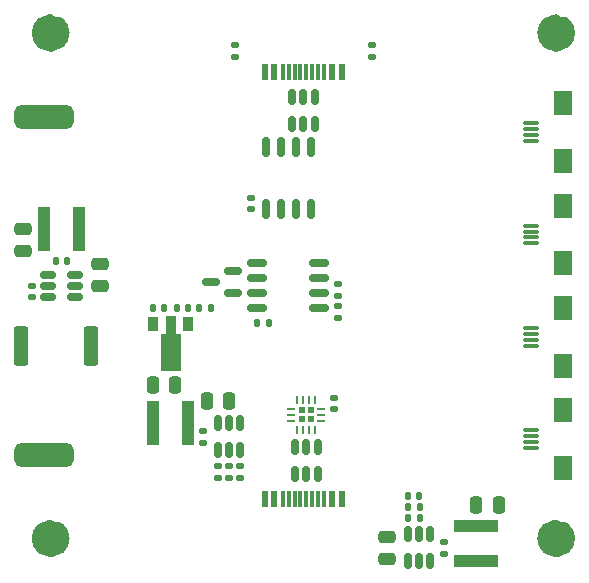
<source format=gtp>
G04 #@! TF.GenerationSoftware,KiCad,Pcbnew,7.0.10*
G04 #@! TF.CreationDate,2024-01-04T17:22:19+01:00*
G04 #@! TF.ProjectId,fosmometer,666f736d-6f6d-4657-9465-722e6b696361,rev?*
G04 #@! TF.SameCoordinates,Original*
G04 #@! TF.FileFunction,Paste,Top*
G04 #@! TF.FilePolarity,Positive*
%FSLAX46Y46*%
G04 Gerber Fmt 4.6, Leading zero omitted, Abs format (unit mm)*
G04 Created by KiCad (PCBNEW 7.0.10) date 2024-01-04 17:22:19*
%MOMM*%
%LPD*%
G01*
G04 APERTURE LIST*
G04 Aperture macros list*
%AMRoundRect*
0 Rectangle with rounded corners*
0 $1 Rounding radius*
0 $2 $3 $4 $5 $6 $7 $8 $9 X,Y pos of 4 corners*
0 Add a 4 corners polygon primitive as box body*
4,1,4,$2,$3,$4,$5,$6,$7,$8,$9,$2,$3,0*
0 Add four circle primitives for the rounded corners*
1,1,$1+$1,$2,$3*
1,1,$1+$1,$4,$5*
1,1,$1+$1,$6,$7*
1,1,$1+$1,$8,$9*
0 Add four rect primitives between the rounded corners*
20,1,$1+$1,$2,$3,$4,$5,0*
20,1,$1+$1,$4,$5,$6,$7,0*
20,1,$1+$1,$6,$7,$8,$9,0*
20,1,$1+$1,$8,$9,$2,$3,0*%
%AMFreePoly0*
4,1,9,3.862500,-0.866500,0.737500,-0.866500,0.737500,-0.450000,-0.737500,-0.450000,-0.737500,0.450000,0.737500,0.450000,0.737500,0.866500,3.862500,0.866500,3.862500,-0.866500,3.862500,-0.866500,$1*%
G04 Aperture macros list end*
%ADD10C,1.600000*%
%ADD11RoundRect,0.075000X0.575000X-0.075000X0.575000X0.075000X-0.575000X0.075000X-0.575000X-0.075000X0*%
%ADD12R,1.600000X2.000000*%
%ADD13RoundRect,0.145000X0.145000X0.145000X-0.145000X0.145000X-0.145000X-0.145000X0.145000X-0.145000X0*%
%ADD14RoundRect,0.062500X0.275000X0.062500X-0.275000X0.062500X-0.275000X-0.062500X0.275000X-0.062500X0*%
%ADD15RoundRect,0.062500X0.062500X0.275000X-0.062500X0.275000X-0.062500X-0.275000X0.062500X-0.275000X0*%
%ADD16RoundRect,0.140000X0.170000X-0.140000X0.170000X0.140000X-0.170000X0.140000X-0.170000X-0.140000X0*%
%ADD17RoundRect,0.135000X-0.135000X-0.185000X0.135000X-0.185000X0.135000X0.185000X-0.135000X0.185000X0*%
%ADD18RoundRect,0.250000X-0.250000X-0.475000X0.250000X-0.475000X0.250000X0.475000X-0.250000X0.475000X0*%
%ADD19R,0.600000X1.450000*%
%ADD20R,0.300000X1.450000*%
%ADD21RoundRect,0.135000X-0.185000X0.135000X-0.185000X-0.135000X0.185000X-0.135000X0.185000X0.135000X0*%
%ADD22RoundRect,0.250000X0.250000X0.475000X-0.250000X0.475000X-0.250000X-0.475000X0.250000X-0.475000X0*%
%ADD23R,3.700000X1.100000*%
%ADD24RoundRect,0.150000X0.150000X-0.512500X0.150000X0.512500X-0.150000X0.512500X-0.150000X-0.512500X0*%
%ADD25RoundRect,0.140000X-0.140000X-0.170000X0.140000X-0.170000X0.140000X0.170000X-0.140000X0.170000X0*%
%ADD26R,0.900000X1.300000*%
%ADD27FreePoly0,270.000000*%
%ADD28RoundRect,0.250000X0.475000X-0.250000X0.475000X0.250000X-0.475000X0.250000X-0.475000X-0.250000X0*%
%ADD29RoundRect,0.140000X0.140000X0.170000X-0.140000X0.170000X-0.140000X-0.170000X0.140000X-0.170000X0*%
%ADD30R,1.100000X3.700000*%
%ADD31RoundRect,0.150000X-0.150000X0.675000X-0.150000X-0.675000X0.150000X-0.675000X0.150000X0.675000X0*%
%ADD32RoundRect,0.150000X-0.512500X-0.150000X0.512500X-0.150000X0.512500X0.150000X-0.512500X0.150000X0*%
%ADD33RoundRect,0.250000X-0.475000X0.250000X-0.475000X-0.250000X0.475000X-0.250000X0.475000X0.250000X0*%
%ADD34RoundRect,0.150000X-0.675000X-0.150000X0.675000X-0.150000X0.675000X0.150000X-0.675000X0.150000X0*%
%ADD35RoundRect,0.140000X-0.170000X0.140000X-0.170000X-0.140000X0.170000X-0.140000X0.170000X0.140000X0*%
%ADD36RoundRect,0.135000X0.185000X-0.135000X0.185000X0.135000X-0.185000X0.135000X-0.185000X-0.135000X0*%
%ADD37RoundRect,0.150000X0.587500X0.150000X-0.587500X0.150000X-0.587500X-0.150000X0.587500X-0.150000X0*%
%ADD38RoundRect,0.150000X-0.150000X0.512500X-0.150000X-0.512500X0.150000X-0.512500X0.150000X0.512500X0*%
%ADD39RoundRect,0.250000X-0.362500X-1.425000X0.362500X-1.425000X0.362500X1.425000X-0.362500X1.425000X0*%
%ADD40RoundRect,0.135000X0.135000X0.185000X-0.135000X0.185000X-0.135000X-0.185000X0.135000X-0.185000X0*%
%ADD41RoundRect,0.500000X2.000000X-0.500000X2.000000X0.500000X-2.000000X0.500000X-2.000000X-0.500000X0*%
G04 APERTURE END LIST*
D10*
X104400000Y-171400000D02*
G75*
G03*
X102800000Y-171400000I-800000J0D01*
G01*
X102800000Y-171400000D02*
G75*
G03*
X104400000Y-171400000I800000J0D01*
G01*
X147200000Y-171400000D02*
G75*
G03*
X145600000Y-171400000I-800000J0D01*
G01*
X145600000Y-171400000D02*
G75*
G03*
X147200000Y-171400000I800000J0D01*
G01*
X147200000Y-128600000D02*
G75*
G03*
X145600000Y-128600000I-800000J0D01*
G01*
X145600000Y-128600000D02*
G75*
G03*
X147200000Y-128600000I800000J0D01*
G01*
X104400000Y-128600000D02*
G75*
G03*
X102800000Y-128600000I-800000J0D01*
G01*
X102800000Y-128600000D02*
G75*
G03*
X104400000Y-128600000I800000J0D01*
G01*
D11*
X144300000Y-146420000D03*
X144300000Y-145920000D03*
X144300000Y-145420000D03*
X144300000Y-144920000D03*
D12*
X146980000Y-148120000D03*
X146980000Y-143220000D03*
D13*
X125610000Y-161290000D03*
X125610000Y-160570000D03*
X124890000Y-161290000D03*
X124890000Y-160570000D03*
D14*
X126512500Y-161430000D03*
X126512500Y-160930000D03*
X126512500Y-160430000D03*
D15*
X126000000Y-159667500D03*
X125500000Y-159667500D03*
X125000000Y-159667500D03*
X124500000Y-159667500D03*
D14*
X123987500Y-160430000D03*
X123987500Y-160930000D03*
X123987500Y-161430000D03*
D15*
X124500000Y-162192500D03*
X125000000Y-162192500D03*
X125500000Y-162192500D03*
X126000000Y-162192500D03*
D16*
X116530000Y-163282500D03*
X116530000Y-162322500D03*
D17*
X116152500Y-151885000D03*
X117172500Y-151885000D03*
D18*
X139650000Y-168557500D03*
X141550000Y-168557500D03*
D19*
X121750000Y-168105000D03*
X122550000Y-168105000D03*
D20*
X123750000Y-168105000D03*
X124750000Y-168105000D03*
X125250000Y-168105000D03*
X126250000Y-168105000D03*
D19*
X127450000Y-168105000D03*
X128250000Y-168105000D03*
X128250000Y-168105000D03*
X127450000Y-168105000D03*
D20*
X126750000Y-168105000D03*
X125750000Y-168105000D03*
X124250000Y-168105000D03*
X123250000Y-168105000D03*
D19*
X122550000Y-168105000D03*
X121750000Y-168105000D03*
D21*
X127900000Y-149830000D03*
X127900000Y-150850000D03*
D22*
X118720000Y-159772500D03*
X116820000Y-159772500D03*
D21*
X119640000Y-165272500D03*
X119640000Y-166292500D03*
D23*
X139650000Y-173337500D03*
X139650000Y-170337500D03*
D16*
X117770000Y-166262500D03*
X117770000Y-165302500D03*
D19*
X128250000Y-131895000D03*
X127450000Y-131895000D03*
D20*
X126250000Y-131895000D03*
X125250000Y-131895000D03*
X124750000Y-131895000D03*
X123750000Y-131895000D03*
D19*
X122550000Y-131895000D03*
X121750000Y-131895000D03*
X121750000Y-131895000D03*
X122550000Y-131895000D03*
D20*
X123250000Y-131895000D03*
X124250000Y-131895000D03*
X125750000Y-131895000D03*
X126750000Y-131895000D03*
D19*
X127450000Y-131895000D03*
X128250000Y-131895000D03*
D11*
X144300000Y-155080000D03*
X144300000Y-154580000D03*
X144300000Y-154080000D03*
X144300000Y-153580000D03*
D12*
X146980000Y-156780000D03*
X146980000Y-151880000D03*
D24*
X124300000Y-165967500D03*
X125250000Y-165967500D03*
X126200000Y-165967500D03*
X126200000Y-163692500D03*
X125250000Y-163692500D03*
X124300000Y-163692500D03*
D25*
X104025000Y-147877500D03*
X104985000Y-147877500D03*
D26*
X115270000Y-153255000D03*
D27*
X113770000Y-153342500D03*
D26*
X112270000Y-153255000D03*
D11*
X144300000Y-137760000D03*
X144300000Y-137260000D03*
X144300000Y-136760000D03*
X144300000Y-136260000D03*
D12*
X146980000Y-139460000D03*
X146980000Y-134560000D03*
D28*
X107785000Y-150037500D03*
X107785000Y-148137500D03*
D21*
X119210000Y-129630000D03*
X119210000Y-130650000D03*
D29*
X115270000Y-151895000D03*
X114310000Y-151895000D03*
D30*
X106005000Y-145167500D03*
X103005000Y-145167500D03*
D31*
X125635000Y-138295000D03*
X124365000Y-138295000D03*
X123095000Y-138295000D03*
X121825000Y-138295000D03*
X121825000Y-143545000D03*
X123095000Y-143545000D03*
X124365000Y-143545000D03*
X125635000Y-143545000D03*
D32*
X103367500Y-149087500D03*
X103367500Y-150037500D03*
X103367500Y-150987500D03*
X105642500Y-150987500D03*
X105642500Y-150037500D03*
X105642500Y-149087500D03*
D33*
X101225000Y-145167500D03*
X101225000Y-147067500D03*
D34*
X121105000Y-148095000D03*
X121105000Y-149365000D03*
X121105000Y-150635000D03*
X121105000Y-151905000D03*
X126355000Y-151905000D03*
X126355000Y-150635000D03*
X126355000Y-149365000D03*
X126355000Y-148095000D03*
D35*
X136940000Y-171720000D03*
X136940000Y-172680000D03*
D36*
X118700000Y-166292500D03*
X118700000Y-165272500D03*
D37*
X119047500Y-150635000D03*
X119047500Y-148735000D03*
X117172500Y-149685000D03*
D16*
X127560000Y-160430000D03*
X127560000Y-159470000D03*
D18*
X112270000Y-158435000D03*
X114170000Y-158435000D03*
D38*
X135730000Y-171062500D03*
X134780000Y-171062500D03*
X133830000Y-171062500D03*
X133830000Y-173337500D03*
X134780000Y-173337500D03*
X135730000Y-173337500D03*
D39*
X101112500Y-155125000D03*
X107037500Y-155125000D03*
D11*
X144300000Y-163740000D03*
X144300000Y-163240000D03*
X144300000Y-162740000D03*
X144300000Y-162240000D03*
D12*
X146980000Y-165440000D03*
X146980000Y-160540000D03*
D25*
X112270000Y-151895000D03*
X113230000Y-151895000D03*
D35*
X101995000Y-150027500D03*
X101995000Y-150987500D03*
D16*
X120570000Y-143545000D03*
X120570000Y-142585000D03*
D29*
X134820000Y-167810000D03*
X133860000Y-167810000D03*
D40*
X134850000Y-168740000D03*
X133830000Y-168740000D03*
D21*
X130790000Y-129630000D03*
X130790000Y-130650000D03*
D41*
X103000000Y-164300000D03*
X103000000Y-135700000D03*
D25*
X121105000Y-153160000D03*
X122065000Y-153160000D03*
D28*
X132100000Y-173150000D03*
X132100000Y-171250000D03*
D38*
X125950000Y-134032500D03*
X125000000Y-134032500D03*
X124050000Y-134032500D03*
X124050000Y-136307500D03*
X125000000Y-136307500D03*
X125950000Y-136307500D03*
D30*
X115270000Y-161665000D03*
X112270000Y-161665000D03*
D24*
X117740000Y-163940000D03*
X118690000Y-163940000D03*
X119640000Y-163940000D03*
X119640000Y-161665000D03*
X118690000Y-161665000D03*
X117740000Y-161665000D03*
D36*
X127900000Y-152710000D03*
X127900000Y-151690000D03*
D17*
X133830000Y-169680000D03*
X134850000Y-169680000D03*
M02*

</source>
